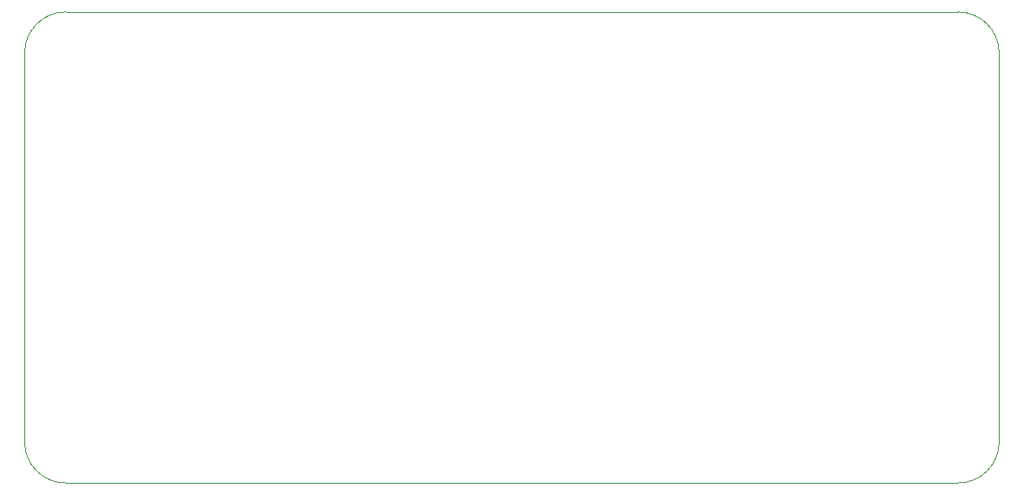
<source format=gbr>
G04 #@! TF.GenerationSoftware,KiCad,Pcbnew,6.0.7+dfsg-1build1*
G04 #@! TF.CreationDate,2022-11-21T16:12:37+01:00*
G04 #@! TF.ProjectId,PowerDistribution,506f7765-7244-4697-9374-726962757469,v1.0.0-RC2*
G04 #@! TF.SameCoordinates,Original*
G04 #@! TF.FileFunction,Profile,NP*
%FSLAX46Y46*%
G04 Gerber Fmt 4.6, Leading zero omitted, Abs format (unit mm)*
G04 Created by KiCad (PCBNEW 6.0.7+dfsg-1build1) date 2022-11-21 16:12:37*
%MOMM*%
%LPD*%
G01*
G04 APERTURE LIST*
G04 #@! TA.AperFunction,Profile*
%ADD10C,0.050000*%
G04 #@! TD*
G04 APERTURE END LIST*
D10*
X111000000Y-20000000D02*
X24000000Y-20000000D01*
X24000000Y-66000000D02*
X111000000Y-66000000D01*
X115000000Y-62000000D02*
X115000000Y-24000000D01*
X115000000Y-24000000D02*
G75*
G03*
X111000000Y-20000000I-4000000J0D01*
G01*
X24000000Y-20000000D02*
G75*
G03*
X20000000Y-24000000I0J-4000000D01*
G01*
X111000000Y-66000000D02*
G75*
G03*
X115000000Y-62000000I0J4000000D01*
G01*
X20000000Y-62000000D02*
G75*
G03*
X24000000Y-66000000I4000000J0D01*
G01*
X20000000Y-24000000D02*
X20000000Y-62000000D01*
M02*

</source>
